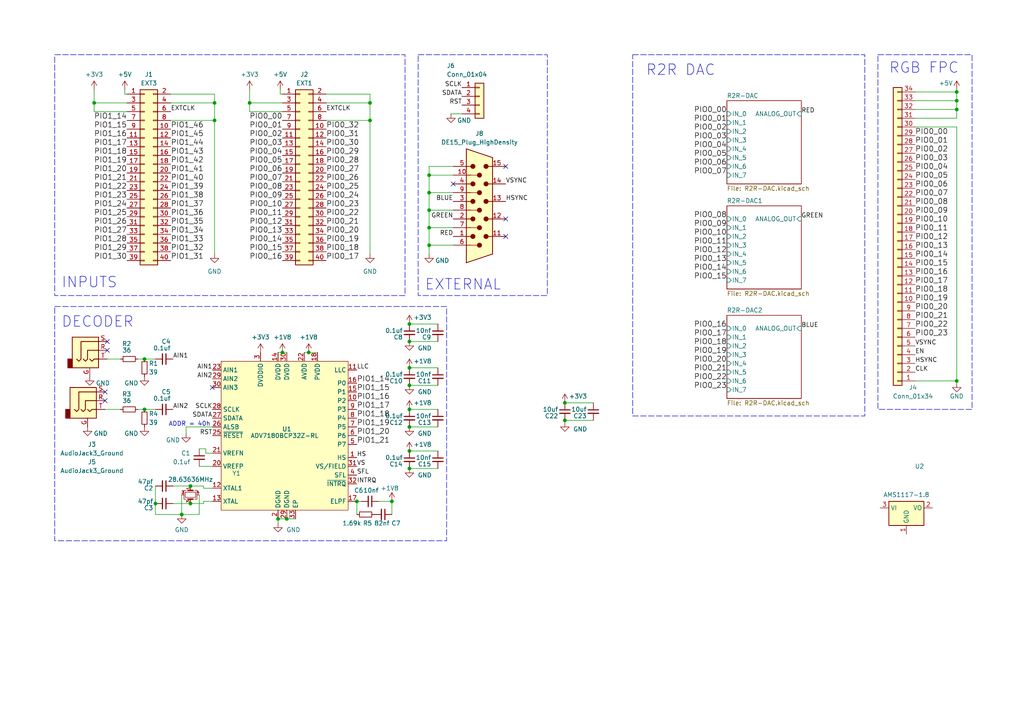
<source format=kicad_sch>
(kicad_sch (version 20230121) (generator eeschema)
  (paper "A4")
  (lib_symbols
    (symbol "+5V_1" (power) (pin_names (offset 0))
      (property "Value" "+5V_1" (at 0 3.556 0))
      (symbol "+5V_1_1_1"
        (pin power_in line (at 0 0 90) (length 0) hide (name "+5V") (number "1"))
      )
    )
    (symbol "C459884:ADV7180BCP32Z-RL"
      (property "Reference" "U" (at -29.21 26.67 0))
      (property "Value" "ADV7180BCP32Z-RL" (at -20.32 24.13 0))
      (symbol "ADV7180BCP32Z-RL_0_1"
        (pin unspecified line (at 20.32 -5.08 180) (length 2.54) (name "HS") (number "1"))
        (pin unspecified line (at 20.32 11.43 180) (length 2.54) (name "P2") (number "10"))
        (pin unspecified line (at 20.32 20.32 180) (length 2.54) (name "LLC") (number "11"))
        (pin unspecified line (at -21.59 -13.97 0) (length 2.54) (name "XTAL1") (number "12"))
        (pin unspecified line (at -21.59 -17.78 0) (length 2.54) (name "XTAL") (number "13"))
        (pin unspecified line (at -2.54 25.4 270) (length 2.54) (name "DVDD") (number "14"))
        (pin unspecified line (at 20.32 13.97 180) (length 2.54) (name "P1") (number "15"))
        (pin unspecified line (at 20.32 16.51 180) (length 2.54) (name "P0") (number "16"))
        (pin unspecified line (at 20.32 -17.78 180) (length 2.54) (name "ELPF") (number "17"))
        (pin unspecified line (at 8.89 25.4 270) (length 2.54) (name "PVDD") (number "18"))
        (pin unspecified line (at -2.54 -22.86 90) (length 2.54) (name "DGND") (number "2"))
        (pin unspecified line (at -21.59 -7.62 0) (length 2.54) (name "VREFP") (number "20"))
        (pin unspecified line (at -21.59 -3.81 0) (length 2.54) (name "VREFN") (number "21"))
        (pin unspecified line (at 5.08 25.4 270) (length 2.54) (name "AVDD") (number "22"))
        (pin unspecified line (at -21.59 1.27 0) (length 2.54) (name "~{RESET}") (number "25"))
        (pin unspecified line (at -21.59 3.81 0) (length 2.54) (name "ALSB") (number "26"))
        (pin unspecified line (at -21.59 6.35 0) (length 2.54) (name "SDATA") (number "27"))
        (pin unspecified line (at -21.59 8.89 0) (length 2.54) (name "SCLK") (number "28"))
        (pin unspecified line (at 0 -22.86 90) (length 2.54) (name "DGND") (number "29"))
        (pin unspecified line (at -7.62 25.4 270) (length 2.54) (name "DVDDIO") (number "3"))
        (pin unspecified line (at 0 25.4 270) (length 2.54) (name "DVDD") (number "30"))
        (pin unspecified line (at 20.32 -7.62 180) (length 2.54) (name "VS/FIELD") (number "31"))
        (pin unspecified line (at 20.32 -12.7 180) (length 2.54) (name "~{INTRQ}") (number "32"))
        (pin unspecified line (at 2.54 -22.86 90) (length 2.54) (name "EP") (number "33"))
        (pin unspecified line (at 20.32 -10.16 180) (length 2.54) (name "SFL") (number "4"))
        (pin unspecified line (at 20.32 -1.27 180) (length 2.54) (name "P7") (number "5"))
        (pin unspecified line (at 20.32 1.27 180) (length 2.54) (name "P6") (number "6"))
        (pin unspecified line (at 20.32 3.81 180) (length 2.54) (name "P5") (number "7"))
        (pin unspecified line (at 20.32 6.35 180) (length 2.54) (name "P4") (number "8"))
        (pin unspecified line (at 20.32 8.89 180) (length 2.54) (name "P3") (number "9"))
      )
      (symbol "ADV7180BCP32Z-RL_1_1"
        (pin unspecified line (at -21.59 20.32 0) (length 2.54) (name "AIN1") (number "23"))
        (pin unspecified line (at -21.59 17.78 0) (length 2.54) (name "AIN2") (number "29"))
        (pin unspecified line (at -21.59 15.24 0) (length 2.54) (name "AIN3") (number "30"))
      )
    )
    (symbol "Connector:DE15_Plug_HighDensity" (pin_names (offset 1.016) hide)
      (property "Reference" "J" (at 0 21.59 0))
      (property "Value" "DE15_Plug_HighDensity" (at 0 19.05 0))
      (symbol "DE15_Plug_HighDensity_1_1"
        (pin passive line (at -7.62 -7.62 0) (length 5.08) (name "~") (number "1"))
        (pin passive line (at -7.62 10.16 0) (length 5.08) (name "~") (number "10"))
        (pin passive line (at 7.62 -7.62 180) (length 5.08) (name "~") (number "11"))
        (pin passive line (at 7.62 -2.54 180) (length 5.08) (name "~") (number "12"))
        (pin passive line (at 7.62 2.54 180) (length 5.08) (name "~") (number "13"))
        (pin passive line (at 7.62 7.62 180) (length 5.08) (name "~") (number "14"))
        (pin passive line (at 7.62 12.7 180) (length 5.08) (name "~") (number "15"))
        (pin passive line (at -7.62 -2.54 0) (length 5.08) (name "~") (number "2"))
        (pin passive line (at -7.62 2.54 0) (length 5.08) (name "~") (number "3"))
        (pin passive line (at -7.62 7.62 0) (length 5.08) (name "~") (number "4"))
        (pin passive line (at -7.62 12.7 0) (length 5.08) (name "~") (number "5"))
        (pin passive line (at -7.62 -10.16 0) (length 5.08) (name "~") (number "6"))
        (pin passive line (at -7.62 -5.08 0) (length 5.08) (name "~") (number "7"))
        (pin passive line (at -7.62 0 0) (length 5.08) (name "~") (number "8"))
        (pin passive line (at -7.62 5.08 0) (length 5.08) (name "~") (number "9"))
      )
    )
    (symbol "Connector_Audio:AudioJack3_Ground"
      (property "Reference" "J" (at 0 8.89 0))
      (property "Value" "AudioJack3_Ground" (at 0 6.35 0))
      (symbol "AudioJack3_Ground_1_1"
        (pin passive line (at 0 -7.62 90) (length 2.54) (name "~") (number "G"))
        (pin passive line (at 5.08 0 180) (length 2.54) (name "~") (number "R"))
        (pin passive line (at 5.08 2.54 180) (length 2.54) (name "~") (number "S"))
        (pin passive line (at 5.08 -2.54 180) (length 2.54) (name "~") (number "T"))
      )
    )
    (symbol "Connector_Generic:Conn_01x04" (pin_names (offset 1.016) hide)
      (property "Reference" "J" (at 0 5.08 0))
      (property "Value" "Conn_01x04" (at 0 -7.62 0))
      (symbol "Conn_01x04_1_1"
        (pin passive line (at -5.08 2.54 0) (length 3.81) (name "Pin_1") (number "1"))
        (pin passive line (at -5.08 0 0) (length 3.81) (name "Pin_2") (number "2"))
        (pin passive line (at -5.08 -2.54 0) (length 3.81) (name "Pin_3") (number "3"))
        (pin passive line (at -5.08 -5.08 0) (length 3.81) (name "Pin_4") (number "4"))
      )
    )
    (symbol "Connector_Generic:Conn_01x34" (pin_names (offset 1.016) hide)
      (property "Reference" "J" (at 0 43.18 0))
      (property "Value" "Conn_01x34" (at 0 -45.72 0))
      (symbol "Conn_01x34_1_1"
        (pin passive line (at -5.08 40.64 0) (length 3.81) (name "Pin_1") (number "1"))
        (pin passive line (at -5.08 17.78 0) (length 3.81) (name "Pin_10") (number "10"))
        (pin passive line (at -5.08 15.24 0) (length 3.81) (name "Pin_11") (number "11"))
        (pin passive line (at -5.08 12.7 0) (length 3.81) (name "Pin_12") (number "12"))
        (pin passive line (at -5.08 10.16 0) (length 3.81) (name "Pin_13") (number "13"))
        (pin passive line (at -5.08 7.62 0) (length 3.81) (name "Pin_14") (number "14"))
        (pin passive line (at -5.08 5.08 0) (length 3.81) (name "Pin_15") (number "15"))
        (pin passive line (at -5.08 2.54 0) (length 3.81) (name "Pin_16") (number "16"))
        (pin passive line (at -5.08 0 0) (length 3.81) (name "Pin_17") (number "17"))
        (pin passive line (at -5.08 -2.54 0) (length 3.81) (name "Pin_18") (number "18"))
        (pin passive line (at -5.08 -5.08 0) (length 3.81) (name "Pin_19") (number "19"))
        (pin passive line (at -5.08 38.1 0) (length 3.81) (name "Pin_2") (number "2"))
        (pin passive line (at -5.08 -7.62 0) (length 3.81) (name "Pin_20") (number "20"))
        (pin passive line (at -5.08 -10.16 0) (length 3.81) (name "Pin_21") (number "21"))
        (pin passive line (at -5.08 -12.7 0) (length 3.81) (name "Pin_22") (number "22"))
        (pin passive line (at -5.08 -15.24 0) (length 3.81) (name "Pin_23") (number "23"))
        (pin passive line (at -5.08 -17.78 0) (length 3.81) (name "Pin_24") (number "24"))
        (pin passive line (at -5.08 -20.32 0) (length 3.81) (name "Pin_25") (number "25"))
        (pin passive line (at -5.08 -22.86 0) (length 3.81) (name "Pin_26") (number "26"))
        (pin passive line (at -5.08 -25.4 0) (length 3.81) (name "Pin_27") (number "27"))
        (pin passive line (at -5.08 -27.94 0) (length 3.81) (name "Pin_28") (number "28"))
        (pin passive line (at -5.08 -30.48 0) (length 3.81) (name "Pin_29") (number "29"))
        (pin passive line (at -5.08 35.56 0) (length 3.81) (name "Pin_3") (number "3"))
        (pin passive line (at -5.08 -33.02 0) (length 3.81) (name "Pin_30") (number "30"))
        (pin passive line (at -5.08 -35.56 0) (length 3.81) (name "Pin_31") (number "31"))
        (pin passive line (at -5.08 -38.1 0) (length 3.81) (name "Pin_32") (number "32"))
        (pin passive line (at -5.08 -40.64 0) (length 3.81) (name "Pin_33") (number "33"))
        (pin passive line (at -5.08 -43.18 0) (length 3.81) (name "Pin_34") (number "34"))
        (pin passive line (at -5.08 33.02 0) (length 3.81) (name "Pin_4") (number "4"))
        (pin passive line (at -5.08 30.48 0) (length 3.81) (name "Pin_5") (number "5"))
        (pin passive line (at -5.08 27.94 0) (length 3.81) (name "Pin_6") (number "6"))
        (pin passive line (at -5.08 25.4 0) (length 3.81) (name "Pin_7") (number "7"))
        (pin passive line (at -5.08 22.86 0) (length 3.81) (name "Pin_8") (number "8"))
        (pin passive line (at -5.08 20.32 0) (length 3.81) (name "Pin_9") (number "9"))
      )
    )
    (symbol "Connector_Generic:Conn_02x20_Odd_Even" (pin_names (offset 1.016) hide)
      (property "Reference" "J" (at 1.27 25.4 0))
      (property "Value" "Conn_02x20_Odd_Even" (at 1.27 -27.94 0))
      (symbol "Conn_02x20_Odd_Even_1_1"
        (pin passive line (at -5.08 22.86 0) (length 3.81) (name "Pin_1") (number "1"))
        (pin passive line (at 7.62 12.7 180) (length 3.81) (name "Pin_10") (number "10"))
        (pin passive line (at -5.08 10.16 0) (length 3.81) (name "Pin_11") (number "11"))
        (pin passive line (at 7.62 10.16 180) (length 3.81) (name "Pin_12") (number "12"))
        (pin passive line (at -5.08 7.62 0) (length 3.81) (name "Pin_13") (number "13"))
        (pin passive line (at 7.62 7.62 180) (length 3.81) (name "Pin_14") (number "14"))
        (pin passive line (at -5.08 5.08 0) (length 3.81) (name "Pin_15") (number "15"))
        (pin passive line (at 7.62 5.08 180) (length 3.81) (name "Pin_16") (number "16"))
        (pin passive line (at -5.08 2.54 0) (length 3.81) (name "Pin_17") (number "17"))
        (pin passive line (at 7.62 2.54 180) (length 3.81) (name "Pin_18") (number "18"))
        (pin passive line (at -5.08 0 0) (length 3.81) (name "Pin_19") (number "19"))
        (pin passive line (at 7.62 22.86 180) (length 3.81) (name "Pin_2") (number "2"))
        (pin passive line (at 7.62 0 180) (length 3.81) (name "Pin_20") (number "20"))
        (pin passive line (at -5.08 -2.54 0) (length 3.81) (name "Pin_21") (number "21"))
        (pin passive line (at 7.62 -2.54 180) (length 3.81) (name "Pin_22") (number "22"))
        (pin passive line (at -5.08 -5.08 0) (length 3.81) (name "Pin_23") (number "23"))
        (pin passive line (at 7.62 -5.08 180) (length 3.81) (name "Pin_24") (number "24"))
        (pin passive line (at -5.08 -7.62 0) (length 3.81) (name "Pin_25") (number "25"))
        (pin passive line (at 7.62 -7.62 180) (length 3.81) (name "Pin_26") (number "26"))
        (pin passive line (at -5.08 -10.16 0) (length 3.81) (name "Pin_27") (number "27"))
        (pin passive line (at 7.62 -10.16 180) (length 3.81) (name "Pin_28") (number "28"))
        (pin passive line (at -5.08 -12.7 0) (length 3.81) (name "Pin_29") (number "29"))
        (pin passive line (at -5.08 20.32 0) (length 3.81) (name "Pin_3") (number "3"))
        (pin passive line (at 7.62 -12.7 180) (length 3.81) (name "Pin_30") (number "30"))
        (pin passive line (at -5.08 -15.24 0) (length 3.81) (name "Pin_31") (number "31"))
        (pin passive line (at 7.62 -15.24 180) (length 3.81) (name "Pin_32") (number "32"))
        (pin passive line (at -5.08 -17.78 0) (length 3.81) (name "Pin_33") (number "33"))
        (pin passive line (at 7.62 -17.78 180) (length 3.81) (name "Pin_34") (number "34"))
        (pin passive line (at -5.08 -20.32 0) (length 3.81) (name "Pin_35") (number "35"))
        (pin passive line (at 7.62 -20.32 180) (length 3.81) (name "Pin_36") (number "36"))
        (pin passive line (at -5.08 -22.86 0) (length 3.81) (name "Pin_37") (number "37"))
        (pin passive line (at 7.62 -22.86 180) (length 3.81) (name "Pin_38") (number "38"))
        (pin passive line (at -5.08 -25.4 0) (length 3.81) (name "Pin_39") (number "39"))
        (pin passive line (at 7.62 20.32 180) (length 3.81) (name "Pin_4") (number "4"))
        (pin passive line (at 7.62 -25.4 180) (length 3.81) (name "Pin_40") (number "40"))
        (pin passive line (at -5.08 17.78 0) (length 3.81) (name "Pin_5") (number "5"))
        (pin passive line (at 7.62 17.78 180) (length 3.81) (name "Pin_6") (number "6"))
        (pin passive line (at -5.08 15.24 0) (length 3.81) (name "Pin_7") (number "7"))
        (pin passive line (at 7.62 15.24 180) (length 3.81) (name "Pin_8") (number "8"))
        (pin passive line (at -5.08 12.7 0) (length 3.81) (name "Pin_9") (number "9"))
      )
    )
    (symbol "Device:C_Small" (pin_numbers hide) (pin_names (offset 0.254) hide)
      (property "Reference" "C" (at 0.254 1.778 0))
      (property "Value" "C_Small" (at 0.254 -2.032 0))
      (symbol "C_Small_1_1"
        (pin passive line (at 0 2.54 270) (length 2.032) (name "~") (number "1"))
        (pin passive line (at 0 -2.54 90) (length 2.032) (name "~") (number "2"))
      )
    )
    (symbol "Device:Crystal_GND24_Small" (pin_names (offset 1.016) hide)
      (property "Reference" "Y" (at 1.27 4.445 0))
      (property "Value" "Crystal_GND24_Small" (at 1.27 2.54 0))
      (symbol "Crystal_GND24_Small_1_1"
        (pin passive line (at -2.54 0 0) (length 1.27) (name "1") (number "1"))
        (pin passive line (at 0 -2.54 90) (length 0.635) (name "2") (number "2"))
        (pin passive line (at 2.54 0 180) (length 1.27) (name "3") (number "3"))
        (pin passive line (at 0 2.54 270) (length 0.635) (name "4") (number "4"))
      )
    )
    (symbol "Device:R_Small" (pin_numbers hide) (pin_names (offset 0.254) hide)
      (property "Reference" "R" (at 0.762 0.508 0))
      (property "Value" "R_Small" (at 0.762 -1.016 0))
      (symbol "R_Small_1_1"
        (pin passive line (at 0 2.54 270) (length 0.762) (name "~") (number "1"))
        (pin passive line (at 0 -2.54 90) (length 0.762) (name "~") (number "2"))
      )
    )
    (symbol "GND_1" (power) (pin_names (offset 0))
      (property "Value" "GND_1" (at 0 -3.81 0))
      (symbol "GND_1_1_1"
        (pin power_in line (at 0 0 270) (length 0) hide (name "GND") (number "1"))
      )
    )
    (symbol "Regulator_Linear:AMS1117-1.8"
      (property "Reference" "U" (at -3.81 3.175 0))
      (property "Value" "AMS1117-1.8" (at 0 3.175 0))
      (symbol "AMS1117-1.8_1_1"
        (pin power_in line (at 0 -7.62 90) (length 2.54) (name "GND") (number "1"))
        (pin power_out line (at 7.62 0 180) (length 2.54) (name "VO") (number "2"))
        (pin power_in line (at -7.62 0 0) (length 2.54) (name "VI") (number "3"))
      )
    )
    (symbol "power:+1V8" (power) (pin_names (offset 0))
      (property "Value" "+1V8" (at 0 3.556 0))
      (symbol "+1V8_1_1"
        (pin power_in line (at 0 0 90) (length 0) hide (name "+1V8") (number "1"))
      )
    )
    (symbol "power:+3V3" (power) (pin_names (offset 0))
      (property "Value" "+3V3" (at 0 3.556 0))
      (symbol "+3V3_1_1"
        (pin power_in line (at 0 0 90) (length 0) hide (name "+3V3") (number "1"))
      )
    )
    (symbol "power:+5V" (power) (pin_names (offset 0))
      (property "Value" "+5V" (at 0 3.556 0))
      (symbol "+5V_1_1"
        (pin power_in line (at 0 0 90) (length 0) hide (name "+5V") (number "1"))
      )
    )
    (symbol "power:GND" (power) (pin_names (offset 0))
      (property "Value" "GND" (at 0 -3.81 0))
      (symbol "GND_1_1"
        (pin power_in line (at 0 0 270) (length 0) hide (name "GND") (number "1"))
      )
    )
  )
  (junction (at 55.245 146.05))
  (junction (at 27.305 29.845))
  (junction (at 277.495 31.75))
  (junction (at 118.745 111.76))
  (junction (at 118.745 123.825))
  (junction (at 277.495 26.67))
  (junction (at 124.46 50.8))
  (junction (at 118.745 135.89))
  (junction (at 107.315 29.845))
  (junction (at 118.745 93.98))
  (junction (at 118.745 118.745))
  (junction (at 124.46 55.88))
  (junction (at 118.745 130.81))
  (junction (at 163.83 121.92))
  (junction (at 45.085 146.05))
  (junction (at 103.505 145.415))
  (junction (at 124.46 66.04))
  (junction (at 80.645 150.495))
  (junction (at 89.535 102.235))
  (junction (at 277.495 29.21))
  (junction (at 124.46 71.12))
  (junction (at 163.83 116.84))
  (junction (at 124.46 60.96))
  (junction (at 107.315 34.925))
  (junction (at 62.23 29.845))
  (junction (at 118.745 106.68))
  (junction (at 81.915 102.235))
  (junction (at 113.665 145.415))
  (junction (at 41.91 118.745))
  (junction (at 62.23 34.925))
  (junction (at 72.39 29.845))
  (junction (at 277.495 110.49))
  (junction (at 55.245 140.97))
  (junction (at 41.91 104.14))
  (junction (at 52.705 149.225))
  (junction (at 83.185 150.495))
  (junction (at 118.745 99.06))
  (no_connect (at 131.445 53.34))
  (no_connect (at 30.48 116.205))
  (no_connect (at 30.48 113.665))
  (no_connect (at 146.685 48.26))
  (no_connect (at 146.685 63.5))
  (no_connect (at 61.595 112.395))
  (no_connect (at 31.115 99.06))
  (no_connect (at 146.685 68.58))
  (no_connect (at 31.115 101.6))
  (wire (pts (xy 72.39 29.845) (xy 72.39 26.035)))
  (wire (pts (xy 277.495 29.21) (xy 277.495 26.67)))
  (wire (pts (xy 81.915 102.235) (xy 83.185 102.235)))
  (wire (pts (xy 277.495 110.49) (xy 277.495 111.125)))
  (wire (pts (xy 265.43 26.67) (xy 277.495 26.67)))
  (wire (pts (xy 277.495 34.29) (xy 277.495 31.75)))
  (wire (pts (xy 118.745 135.89) (xy 127 135.89)))
  (wire (pts (xy 27.305 29.845) (xy 27.305 26.035)))
  (wire (pts (xy 94.615 34.925) (xy 107.315 34.925)))
  (wire (pts (xy 55.245 146.05) (xy 59.055 146.05)))
  (wire (pts (xy 45.085 149.225) (xy 45.085 146.05)))
  (wire (pts (xy 124.46 55.88) (xy 131.445 55.88)))
  (wire (pts (xy 59.055 140.97) (xy 59.055 141.605)))
  (wire (pts (xy 59.69 131.445) (xy 59.69 130.175)))
  (wire (pts (xy 163.83 121.92) (xy 172.085 121.92)))
  (wire (pts (xy 45.085 140.97) (xy 45.085 146.05)))
  (wire (pts (xy 124.46 50.8) (xy 131.445 50.8)))
  (wire (pts (xy 59.055 141.605) (xy 61.595 141.605)))
  (wire (pts (xy 49.53 34.925) (xy 62.23 34.925)))
  (wire (pts (xy 103.505 145.415) (xy 104.775 145.415)))
  (wire (pts (xy 107.315 73.66) (xy 107.315 34.925)))
  (wire (pts (xy 130.81 33.02) (xy 133.985 33.02)))
  (wire (pts (xy 72.39 29.845) (xy 81.915 29.845)))
  (wire (pts (xy 41.91 118.745) (xy 45.085 118.745)))
  (wire (pts (xy 89.535 102.235) (xy 92.075 102.235)))
  (wire (pts (xy 50.165 146.05) (xy 55.245 146.05)))
  (wire (pts (xy 118.745 106.68) (xy 127 106.68)))
  (wire (pts (xy 53.975 123.825) (xy 61.595 123.825)))
  (wire (pts (xy 163.83 116.84) (xy 172.085 116.84)))
  (wire (pts (xy 265.43 29.21) (xy 277.495 29.21)))
  (wire (pts (xy 277.495 36.83) (xy 277.495 110.49)))
  (wire (pts (xy 62.23 73.66) (xy 62.23 34.925)))
  (wire (pts (xy 40.005 118.745) (xy 41.91 118.745)))
  (wire (pts (xy 89.535 102.235) (xy 88.265 102.235)))
  (wire (pts (xy 124.46 48.26) (xy 124.46 50.8)))
  (wire (pts (xy 163.83 121.92) (xy 163.83 122.555)))
  (wire (pts (xy 124.46 50.8) (xy 124.46 55.88)))
  (wire (pts (xy 52.705 143.51) (xy 52.705 149.225)))
  (wire (pts (xy 113.665 145.415) (xy 113.665 149.225)))
  (wire (pts (xy 118.745 111.76) (xy 127 111.76)))
  (wire (pts (xy 31.115 104.14) (xy 34.925 104.14)))
  (wire (pts (xy 50.165 140.97) (xy 55.245 140.97)))
  (wire (pts (xy 107.315 27.305) (xy 94.615 27.305)))
  (wire (pts (xy 72.39 32.385) (xy 72.39 29.845)))
  (wire (pts (xy 59.69 130.175) (xy 57.785 130.175)))
  (wire (pts (xy 49.53 29.845) (xy 62.23 29.845)))
  (wire (pts (xy 36.195 26.035) (xy 36.195 27.305)))
  (wire (pts (xy 36.83 32.385) (xy 27.305 32.385)))
  (wire (pts (xy 118.745 130.81) (xy 127 130.81)))
  (wire (pts (xy 30.48 118.745) (xy 34.925 118.745)))
  (wire (pts (xy 277.495 26.67) (xy 277.495 26.035)))
  (wire (pts (xy 265.43 31.75) (xy 277.495 31.75)))
  (wire (pts (xy 118.745 93.98) (xy 127 93.98)))
  (wire (pts (xy 124.46 66.04) (xy 131.445 66.04)))
  (wire (pts (xy 62.23 27.305) (xy 49.53 27.305)))
  (wire (pts (xy 62.23 29.845) (xy 62.23 27.305)))
  (wire (pts (xy 118.745 99.06) (xy 127 99.06)))
  (wire (pts (xy 57.785 135.255) (xy 61.595 135.255)))
  (wire (pts (xy 118.745 123.825) (xy 127 123.825)))
  (wire (pts (xy 131.445 71.12) (xy 124.46 71.12)))
  (wire (pts (xy 107.315 34.925) (xy 107.315 29.845)))
  (wire (pts (xy 107.315 29.845) (xy 107.315 27.305)))
  (wire (pts (xy 124.46 71.12) (xy 124.46 73.66)))
  (wire (pts (xy 81.915 102.235) (xy 80.645 102.235)))
  (wire (pts (xy 265.43 36.83) (xy 277.495 36.83)))
  (wire (pts (xy 109.855 145.415) (xy 113.665 145.415)))
  (wire (pts (xy 277.495 31.75) (xy 277.495 29.21)))
  (wire (pts (xy 27.305 29.845) (xy 36.83 29.845)))
  (wire (pts (xy 61.595 131.445) (xy 59.69 131.445)))
  (wire (pts (xy 124.46 66.04) (xy 124.46 71.12)))
  (wire (pts (xy 40.005 104.14) (xy 41.91 104.14)))
  (wire (pts (xy 41.91 104.14) (xy 45.085 104.14)))
  (wire (pts (xy 52.705 149.225) (xy 45.085 149.225)))
  (wire (pts (xy 124.46 60.96) (xy 124.46 66.04)))
  (wire (pts (xy 36.195 27.305) (xy 36.83 27.305)))
  (wire (pts (xy 57.785 143.51) (xy 57.785 149.225)))
  (wire (pts (xy 55.245 140.97) (xy 59.055 140.97)))
  (wire (pts (xy 81.28 27.305) (xy 81.915 27.305)))
  (wire (pts (xy 94.615 29.845) (xy 107.315 29.845)))
  (wire (pts (xy 72.39 32.385) (xy 81.915 32.385)))
  (wire (pts (xy 124.46 60.96) (xy 131.445 60.96)))
  (wire (pts (xy 80.645 150.495) (xy 80.645 151.765)))
  (wire (pts (xy 62.23 34.925) (xy 62.23 29.845)))
  (wire (pts (xy 85.725 150.495) (xy 83.185 150.495)))
  (wire (pts (xy 83.185 150.495) (xy 80.645 150.495)))
  (wire (pts (xy 103.505 149.225) (xy 103.505 145.415)))
  (wire (pts (xy 57.785 149.225) (xy 52.705 149.225)))
  (wire (pts (xy 59.055 146.05) (xy 59.055 145.415)))
  (wire (pts (xy 59.055 145.415) (xy 61.595 145.415)))
  (wire (pts (xy 81.28 26.035) (xy 81.28 27.305)))
  (wire (pts (xy 131.445 48.26) (xy 124.46 48.26)))
  (wire (pts (xy 265.43 110.49) (xy 277.495 110.49)))
  (wire (pts (xy 265.43 34.29) (xy 277.495 34.29)))
  (wire (pts (xy 118.745 118.745) (xy 127 118.745)))
  (wire (pts (xy 53.975 125.73) (xy 53.975 123.825)))
  (wire (pts (xy 124.46 55.88) (xy 124.46 60.96)))
  (wire (pts (xy 27.305 32.385) (xy 27.305 29.845)))
  (rectangle (start 15.875 88.9) (end 129.54 156.845) (stroke (width 0) (type dash)))
  (rectangle (start 121.285 15.875) (end 158.75 85.725) (stroke (width 0) (type dash)))
  (rectangle (start 15.875 15.875) (end 117.475 85.725) (stroke (width 0) (type dash)))
  (rectangle (start 254.635 15.875) (end 281.94 118.745) (stroke (width 0) (type dash)))
  (rectangle (start 183.515 15.875) (end 250.825 120.65) (stroke (width 0) (type dash)))
  (text "EXTERNAL" (at 123.19 84.455 0) (effects (font (size 3.048 3.048)) (justify left bottom)))
  (text "R2R DAC" (at 187.325 22.225 0) (effects (font (size 3.048 3.048)) (justify left bottom)))
  (text "ADDR = 40h" (at 48.895 123.825 0) (effects (font (size 1.27 1.27)) (justify left bottom)))
  (text "RGB FPC" (at 257.81 21.59 0) (effects (font (size 3.048 3.048)) (justify left bottom)))
  (text "DECODER" (at 17.78 95.25 0) (effects (font (size 3.048 3.048)) (justify left bottom)))
  (text "INPUTS" (at 17.78 83.82 0) (effects (font (size 3.048 3.048)) (justify left bottom)))
  (label "LLC" (at 103.505 107.315 0))
  (label "PIO0_28" (at 94.615 47.625 0) (effects (font (size 1.524 1.524))))
  (label "PIO0_14" (at 81.915 70.485 180) (effects (font (size 1.524 1.524))))
  (label "PIO0_03" (at 210.82 40.64 180) (effects (font (size 1.524 1.524))))
  (label "EXTCLK" (at 94.615 32.385 0))
  (label "PIO0_20" (at 94.615 67.945 0) (effects (font (size 1.524 1.524))))
  (label "PIO1_39" (at 49.53 55.245 0) (effects (font (size 1.524 1.524))))
  (label "PIO0_31" (at 94.615 40.005 0) (effects (font (size 1.524 1.524))))
  (label "PIO0_17" (at 265.43 82.55 0) (effects (font (size 1.524 1.524))))
  (label "HS" (at 103.505 132.715 0))
  (label "PIO0_00" (at 81.915 34.925 180) (effects (font (size 1.524 1.524))))
  (label "PIO1_30" (at 36.83 75.565 180) (effects (font (size 1.524 1.524))))
  (label "PIO1_20" (at 103.505 126.365 0) (effects (font (size 1.524 1.524))))
  (label "SCLK" (at 133.985 25.4 180))
  (label "PIO0_03" (at 81.915 42.545 180) (effects (font (size 1.524 1.524))))
  (label "BLUE" (at 232.41 95.25 0))
  (label "VSYNC" (at 146.685 53.34 0))
  (label "PIO1_17" (at 36.83 42.545 180) (effects (font (size 1.524 1.524))))
  (label "PIO0_01" (at 265.43 41.91 0) (effects (font (size 1.524 1.524))))
  (label "PIO0_18" (at 265.43 85.09 0) (effects (font (size 1.524 1.524))))
  (label "PIO1_37" (at 49.53 60.325 0) (effects (font (size 1.524 1.524))))
  (label "PIO1_21" (at 103.505 128.905 0) (effects (font (size 1.524 1.524))))
  (label "AIN2" (at 61.595 109.855 180))
  (label "AIN1" (at 61.595 107.315 180))
  (label "PIO1_25" (at 36.83 62.865 180) (effects (font (size 1.524 1.524))))
  (label "PIO0_13" (at 81.915 67.945 180) (effects (font (size 1.524 1.524))))
  (label "PIO0_08" (at 210.82 63.5 180) (effects (font (size 1.524 1.524))))
  (label "SCLK" (at 61.595 118.745 180))
  (label "PIO0_10" (at 81.915 60.325 180) (effects (font (size 1.524 1.524))))
  (label "PIO0_01" (at 210.82 35.56 180) (effects (font (size 1.524 1.524))))
  (label "PIO0_08" (at 265.43 59.69 0) (effects (font (size 1.524 1.524))))
  (label "PIO0_11" (at 210.82 71.12 180) (effects (font (size 1.524 1.524))))
  (label "PIO0_21" (at 265.43 92.71 0) (effects (font (size 1.524 1.524))))
  (label "PIO1_31" (at 49.53 75.565 0) (effects (font (size 1.524 1.524))))
  (label "PIO0_18" (at 210.82 100.33 180) (effects (font (size 1.524 1.524))))
  (label "PIO0_15" (at 265.43 77.47 0) (effects (font (size 1.524 1.524))))
  (label "PIO0_18" (at 94.615 73.025 0) (effects (font (size 1.524 1.524))))
  (label "PIO0_32" (at 94.615 37.465 0) (effects (font (size 1.524 1.524))))
  (label "PIO0_22" (at 94.615 62.865 0) (effects (font (size 1.524 1.524))))
  (label "PIO0_10" (at 210.82 68.58 180) (effects (font (size 1.524 1.524))))
  (label "PIO1_26" (at 36.83 65.405 180) (effects (font (size 1.524 1.524))))
  (label "PIO0_05" (at 81.915 47.625 180) (effects (font (size 1.524 1.524))))
  (label "RED" (at 131.445 68.58 180))
  (label "PIO0_02" (at 81.915 40.005 180) (effects (font (size 1.524 1.524))))
  (label "PIO1_45" (at 49.53 40.005 0) (effects (font (size 1.524 1.524))))
  (label "PIO1_18" (at 103.505 121.285 0) (effects (font (size 1.524 1.524))))
  (label "PIO0_25" (at 94.615 55.245 0) (effects (font (size 1.524 1.524))))
  (label "PIO1_36" (at 49.53 62.865 0) (effects (font (size 1.524 1.524))))
  (label "PIO0_16" (at 265.43 80.01 0) (effects (font (size 1.524 1.524))))
  (label "PIO0_20" (at 265.43 90.17 0) (effects (font (size 1.524 1.524))))
  (label "PIO0_10" (at 265.43 64.77 0) (effects (font (size 1.524 1.524))))
  (label "PIO0_04" (at 265.43 49.53 0) (effects (font (size 1.524 1.524))))
  (label "PIO0_04" (at 81.915 45.085 180) (effects (font (size 1.524 1.524))))
  (label "PIO0_12" (at 265.43 69.85 0) (effects (font (size 1.524 1.524))))
  (label "PIO1_43" (at 49.53 45.085 0) (effects (font (size 1.524 1.524))))
  (label "PIO0_14" (at 210.82 78.74 180) (effects (font (size 1.524 1.524))))
  (label "PIO1_32" (at 49.53 73.025 0) (effects (font (size 1.524 1.524))))
  (label "PIO0_09" (at 265.43 62.23 0) (effects (font (size 1.524 1.524))))
  (label "PIO0_09" (at 210.82 66.04 180) (effects (font (size 1.524 1.524))))
  (label "INTRQ" (at 103.505 140.335 0))
  (label "PIO1_21" (at 36.83 52.705 180) (effects (font (size 1.524 1.524))))
  (label "PIO0_00" (at 210.82 33.02 180) (effects (font (size 1.524 1.524))))
  (label "PIO1_35" (at 49.53 65.405 0) (effects (font (size 1.524 1.524))))
  (label "PIO0_17" (at 94.615 75.565 0) (effects (font (size 1.524 1.524))))
  (label "EXTCLK" (at 49.53 32.385 0))
  (label "EN" (at 265.43 102.87 0))
  (label "PIO0_11" (at 81.915 62.865 180) (effects (font (size 1.524 1.524))))
  (label "PIO0_21" (at 210.82 107.95 180) (effects (font (size 1.524 1.524))))
  (label "PIO0_15" (at 210.82 81.28 180) (effects (font (size 1.524 1.524))))
  (label "PIO0_14" (at 265.43 74.93 0) (effects (font (size 1.524 1.524))))
  (label "PIO1_41" (at 49.53 50.165 0) (effects (font (size 1.524 1.524))))
  (label "PIO0_02" (at 265.43 44.45 0) (effects (font (size 1.524 1.524))))
  (label "PIO0_16" (at 210.82 95.25 180) (effects (font (size 1.524 1.524))))
  (label "SDATA" (at 133.985 27.94 180))
  (label "PIO0_13" (at 265.43 72.39 0) (effects (font (size 1.524 1.524))))
  (label "PIO0_01" (at 81.915 37.465 180) (effects (font (size 1.524 1.524))))
  (label "PIO1_15" (at 103.505 113.665 0) (effects (font (size 1.524 1.524))))
  (label "PIO0_12" (at 210.82 73.66 180) (effects (font (size 1.524 1.524))))
  (label "PIO1_22" (at 36.83 55.245 180) (effects (font (size 1.524 1.524))))
  (label "CLK" (at 265.43 107.95 0))
  (label "PIO0_26" (at 94.615 52.705 0) (effects (font (size 1.524 1.524))))
  (label "RST" (at 133.985 30.48 180))
  (label "PIO0_21" (at 94.615 65.405 0) (effects (font (size 1.524 1.524))))
  (label "GREEN" (at 232.41 63.5 0))
  (label "PIO0_07" (at 265.43 57.15 0) (effects (font (size 1.524 1.524))))
  (label "PIO0_06" (at 210.82 48.26 180) (effects (font (size 1.524 1.524))))
  (label "BLUE" (at 131.445 58.42 180))
  (label "PIO0_04" (at 210.82 43.18 180) (effects (font (size 1.524 1.524))))
  (label "PIO1_14" (at 103.505 111.125 0) (effects (font (size 1.524 1.524))))
  (label "AIN2" (at 50.165 118.745 0))
  (label "PIO1_28" (at 36.83 70.485 180) (effects (font (size 1.524 1.524))))
  (label "PIO0_09" (at 81.915 57.785 180) (effects (font (size 1.524 1.524))))
  (label "HSYNC" (at 265.43 105.41 0))
  (label "PIO0_03" (at 265.43 46.99 0) (effects (font (size 1.524 1.524))))
  (label "PIO1_27" (at 36.83 67.945 180) (effects (font (size 1.524 1.524))))
  (label "PIO1_44" (at 49.53 42.545 0) (effects (font (size 1.524 1.524))))
  (label "VS" (at 103.505 135.255 0))
  (label "PIO0_17" (at 210.82 97.79 180) (effects (font (size 1.524 1.524))))
  (label "PIO0_06" (at 265.43 54.61 0) (effects (font (size 1.524 1.524))))
  (label "PIO1_33" (at 49.53 70.485 0) (effects (font (size 1.524 1.524))))
  (label "PIO1_16" (at 103.505 116.205 0) (effects (font (size 1.524 1.524))))
  (label "PIO0_07" (at 81.915 52.705 180) (effects (font (size 1.524 1.524))))
  (label "GREEN" (at 131.445 63.5 180))
  (label "PIO0_06" (at 81.915 50.165 180) (effects (font (size 1.524 1.524))))
  (label "PIO0_12" (at 81.915 65.405 180) (effects (font (size 1.524 1.524))))
  (label "PIO0_16" (at 81.915 75.565 180) (effects (font (size 1.524 1.524))))
  (label "PIO1_17" (at 103.505 118.745 0) (effects (font (size 1.524 1.524))))
  (label "PIO0_24" (at 94.615 57.785 0) (effects (font (size 1.524 1.524))))
  (label "RED" (at 232.41 33.02 0))
  (label "PIO0_30" (at 94.615 42.545 0) (effects (font (size 1.524 1.524))))
  (label "PIO0_29" (at 94.615 45.085 0) (effects (font (size 1.524 1.524))))
  (label "PIO0_23" (at 210.82 113.03 180) (effects (font (size 1.524 1.524))))
  (label "SDATA" (at 61.595 121.285 180))
  (label "PIO0_02" (at 210.82 38.1 180) (effects (font (size 1.524 1.524))))
  (label "VSYNC" (at 265.43 100.33 0))
  (label "PIO1_42" (at 49.53 47.625 0) (effects (font (size 1.524 1.524))))
  (label "PIO1_18" (at 36.83 45.085 180) (effects (font (size 1.524 1.524))))
  (label "RST" (at 61.595 126.365 180))
  (label "PIO1_19" (at 36.83 47.625 180) (effects (font (size 1.524 1.524))))
  (label "PIO1_14" (at 36.83 34.925 180) (effects (font (size 1.524 1.524))))
  (label "AIN1" (at 50.165 104.14 0))
  (label "PIO0_20" (at 210.82 105.41 180) (effects (font (size 1.524 1.524))))
  (label "PIO1_23" (at 36.83 57.785 180) (effects (font (size 1.524 1.524))))
  (label "PIO0_05" (at 265.43 52.07 0) (effects (font (size 1.524 1.524))))
  (label "SFL" (at 103.505 137.795 0))
  (label "PIO0_05" (at 210.82 45.72 180) (effects (font (size 1.524 1.524))))
  (label "PIO0_22" (at 265.43 95.25 0) (effects (font (size 1.524 1.524))))
  (label "PIO1_15" (at 36.83 37.465 180) (effects (font (size 1.524 1.524))))
  (label "PIO1_19" (at 103.505 123.825 0) (effects (font (size 1.524 1.524))))
  (label "PIO1_29" (at 36.83 73.025 180) (effects (font (size 1.524 1.524))))
  (label "PIO0_11" (at 265.43 67.31 0) (effects (font (size 1.524 1.524))))
  (label "PIO1_16" (at 36.83 40.005 180) (effects (font (size 1.524 1.524))))
  (label "PIO0_19" (at 265.43 87.63 0) (effects (font (size 1.524 1.524))))
  (label "PIO0_23" (at 265.43 97.79 0) (effects (font (size 1.524 1.524))))
  (label "PIO1_38" (at 49.53 57.785 0) (effects (font (size 1.524 1.524))))
  (label "PIO0_27" (at 94.615 50.165 0) (effects (font (size 1.524 1.524))))
  (label "PIO1_46" (at 49.53 37.465 0) (effects (font (size 1.524 1.524))))
  (label "PIO0_19" (at 94.615 70.485 0) (effects (font (size 1.524 1.524))))
  (label "HSYNC" (at 146.685 58.42 0))
  (label "PIO0_22" (at 210.82 110.49 180) (effects (font (size 1.524 1.524))))
  (label "PIO1_40" (at 49.53 52.705 0) (effects (font (size 1.524 1.524))))
  (label "PIO0_13" (at 210.82 76.2 180) (effects (font (size 1.524 1.524))))
  (label "PIO0_07" (at 210.82 50.8 180) (effects (font (size 1.524 1.524))))
  (label "PIO1_20" (at 36.83 50.165 180) (effects (font (size 1.524 1.524))))
  (label "PIO0_23" (at 94.615 60.325 0) (effects (font (size 1.524 1.524))))
  (label "PIO0_00" (at 265.43 39.37 0) (effects (font (size 1.524 1.524))))
  (label "PIO0_19" (at 210.82 102.87 180) (effects (font (size 1.524 1.524))))
  (label "PIO1_34" (at 49.53 67.945 0) (effects (font (size 1.524 1.524))))
  (label "PIO1_24" (at 36.83 60.325 180) (effects (font (size 1.524 1.524))))
  (label "PIO0_15" (at 81.915 73.025 180) (effects (font (size 1.524 1.524))))
  (label "PIO0_08" (at 81.915 55.245 180) (effects (font (size 1.524 1.524))))
  (symbol (lib_id "Device:C_Small") (at 47.625 146.05 270) (unit 1)
    (property "Reference" "C3" (at 44.45 147.32 90) (effects (justify right)))
    (property "Value" "47pf" (at 44.45 145.415 90) (effects (justify right)))
    (property "Footprint" "Capacitor_SMD:C_0603_1608Metric" (effects hide))
  )
  (symbol (lib_id "Device:C_Small") (at 118.745 133.35 0) (unit 1)
    (property "Reference" "C14" (at 116.84 134.62 0) (effects (justify right)))
    (property "Value" "0.1uf" (at 116.84 132.715 0) (effects (justify right)))
    (property "Footprint" "Capacitor_SMD:C_0603_1608Metric" (effects hide))
  )
  (symbol (lib_id "Regulator_Linear:AMS1117-1.8") (at 262.89 147.32 0) (unit 1)
    (property "Reference" "U2" (at 266.7 135.255 0))
    (property "Value" "AMS1117-1.8" (at 262.89 143.51 0))
    (property "Footprint" "Package_TO_SOT_SMD:SOT-223-3_TabPin2" (effects hide))
    (property "Datasheet" "http://www.advanced-monolithic.com/pdf/ds1117.pdf" (effects hide))
  )
  (symbol (lib_id "power:+3V3") (at 72.39 26.035 0) (unit 1)
    (property "Reference" "#PWR04" (effects hide))
    (property "Value" "+3V3" (at 72.39 21.59 0))
  )
  (symbol (lib_id "Device:C_Small") (at 127 109.22 0) (unit 1)
    (property "Reference" "C11" (at 125.095 110.49 0) (effects (justify right)))
    (property "Value" "10nf" (at 125.095 108.585 0) (effects (justify right)))
    (property "Footprint" "Capacitor_SMD:C_0603_1608Metric" (effects hide))
  )
  (symbol (lib_id "Device:R_Small") (at 37.465 118.745 90) (unit 1)
    (property "Reference" "R3" (at 38.1 114.3 90) (effects (justify left)))
    (property "Value" "36" (at 38.1 116.205 90) (effects (justify left)))
    (property "Footprint" "Resistor_SMD:R_0603_1608Metric" (effects hide))
  )
  (symbol (lib_id "power:+1V8") (at 113.665 145.415 0) (unit 1)
    (property "Reference" "#PWR016" (effects hide))
    (property "Value" "+1V8" (at 113.03 141.605 0))
  )
  (symbol (lib_id "power:+1V8") (at 118.745 118.745 0) (unit 1)
    (property "Reference" "#PWR021" (effects hide))
    (property "Value" "+1V8" (at 122.555 116.84 0))
  )
  (symbol (lib_id "Connector_Generic:Conn_01x04") (at 139.065 27.94 0) (unit 1)
    (property "Reference" "J6" (at 129.54 19.05 0) (effects (justify left)))
    (property "Value" "Conn_01x04" (at 129.54 21.59 0) (effects (justify left)))
    (property "Footprint" "Connector_PinHeader_2.54mm:PinHeader_1x04_P2.54mm_Vertical" (effects hide))
  )
  (symbol (lib_id "power:+1V8") (at 89.535 102.235 0) (unit 1)
    (property "Reference" "#PWR015" (effects hide))
    (property "Value" "+1V8" (at 89.535 97.79 0))
  )
  (symbol (lib_name "GND_1") (lib_id "power:GND") (at 277.495 111.125 0) (unit 1)
    (property "Reference" "#PWR030" (effects hide))
    (property "Value" "GND" (at 277.495 114.935 0))
  )
  (symbol (lib_id "power:+5V") (at 81.28 26.035 0) (unit 1)
    (property "Reference" "#PWR05" (effects hide))
    (property "Value" "+5V" (at 81.28 21.59 0))
  )
  (symbol (lib_id "Device:C_Small") (at 107.315 145.415 270) (unit 1)
    (property "Reference" "C6" (at 105.41 142.24 90) (effects (justify right)))
    (property "Value" "10nf" (at 109.855 142.24 90) (effects (justify right)))
    (property "Footprint" "Capacitor_SMD:C_0603_1608Metric" (effects hide))
  )
  (symbol (lib_id "power:GND") (at 118.745 111.76 0) (unit 1)
    (property "Reference" "#PWR020" (effects hide))
    (property "Value" "GND" (at 123.19 113.665 0))
  )
  (symbol (lib_id "power:+1V8") (at 118.745 106.68 0) (unit 1)
    (property "Reference" "#PWR019" (effects hide))
    (property "Value" "+1V8" (at 122.555 104.775 0))
  )
  (symbol (lib_id "Connector_Generic:Conn_02x20_Odd_Even") (at 41.91 50.165 0) (unit 1)
    (property "Reference" "J1" (at 43.18 21.59 0))
    (property "Value" "EXT3" (at 43.18 24.13 0))
    (property "Footprint" "Connector_PinSocket_1.27mm:PinSocket_2x20_P1.27mm_Vertical_SMD" (effects hide))
  )
  (symbol (lib_id "Device:R_Small") (at 41.91 106.68 0) (unit 1)
    (property "Reference" "R1" (at 43.18 105.41 0) (effects (justify left)))
    (property "Value" "39" (at 43.18 107.95 0) (effects (justify left)))
    (property "Footprint" "Resistor_SMD:R_0603_1608Metric" (effects hide))
  )
  (symbol (lib_id "power:GND") (at 53.975 125.73 0) (unit 1)
    (property "Reference" "#PWR025" (effects hide))
    (property "Value" "GND" (at 50.165 127.635 0))
  )
  (symbol (lib_id "Device:C_Small") (at 172.085 119.38 0) (unit 1)
    (property "Reference" "C23" (at 170.18 120.65 0) (effects (justify right)))
    (property "Value" "10uf" (at 170.18 118.745 0) (effects (justify right)))
    (property "Footprint" "Capacitor_SMD:C_0603_1608Metric" (effects hide))
  )
  (symbol (lib_id "power:GND") (at 118.745 123.825 0) (unit 1)
    (property "Reference" "#PWR022" (effects hide))
    (property "Value" "GND" (at 123.19 125.73 0))
  )
  (symbol (lib_id "power:+3V3") (at 75.565 102.235 0) (unit 1)
    (property "Reference" "#PWR013" (effects hide))
    (property "Value" "+3V3" (at 75.565 97.79 0))
  )
  (symbol (lib_id "power:+3V3") (at 163.83 116.84 0) (unit 1)
    (property "Reference" "#PWR042" (effects hide))
    (property "Value" "+3V3" (at 167.64 114.935 0))
  )
  (symbol (lib_id "Device:C_Small") (at 127 96.52 0) (unit 1)
    (property "Reference" "C9" (at 125.095 97.79 0) (effects (justify right)))
    (property "Value" "10nf" (at 125.095 95.885 0) (effects (justify right)))
    (property "Footprint" "Capacitor_SMD:C_0603_1608Metric" (effects hide))
  )
  (symbol (lib_id "Device:C_Small") (at 127 121.285 0) (unit 1)
    (property "Reference" "C13" (at 125.095 122.555 0) (effects (justify right)))
    (property "Value" "10nf" (at 125.095 120.65 0) (effects (justify right)))
    (property "Footprint" "Capacitor_SMD:C_0603_1608Metric" (effects hide))
  )
  (symbol (lib_id "power:GND") (at 130.81 33.02 0) (unit 1)
    (property "Reference" "#PWR028" (effects hide))
    (property "Value" "GND" (at 134.62 34.925 0))
  )
  (symbol (lib_id "Device:C_Small") (at 111.125 149.225 270) (mirror x) (unit 1)
    (property "Reference" "C7" (at 116.205 151.765 90) (effects (justify right)))
    (property "Value" "82nf" (at 113.03 151.765 90) (effects (justify right)))
    (property "Footprint" "Capacitor_SMD:C_0603_1608Metric" (effects hide))
  )
  (symbol (lib_id "Device:R_Small") (at 41.91 121.285 0) (unit 1)
    (property "Reference" "R4" (at 43.18 120.015 0) (effects (justify left)))
    (property "Value" "39" (at 43.18 122.555 0) (effects (justify left)))
    (property "Footprint" "Resistor_SMD:R_0603_1608Metric" (effects hide))
  )
  (symbol (lib_id "power:+3V3") (at 27.305 26.035 0) (unit 1)
    (property "Reference" "#PWR02" (effects hide))
    (property "Value" "+3V3" (at 27.305 21.59 0))
  )
  (symbol (lib_id "power:+1V8") (at 81.915 102.235 0) (unit 1)
    (property "Reference" "#PWR014" (effects hide))
    (property "Value" "+1V8" (at 81.915 97.79 0))
  )
  (symbol (lib_id "Device:C_Small") (at 47.625 118.745 270) (unit 1)
    (property "Reference" "C5" (at 49.53 113.665 90) (effects (justify right)))
    (property "Value" "0.1uf" (at 49.53 115.57 90) (effects (justify right)))
    (property "Footprint" "Capacitor_SMD:C_0603_1608Metric" (effects hide))
  )
  (symbol (lib_id "power:+3V3") (at 118.745 93.98 0) (unit 1)
    (property "Reference" "#PWR017" (effects hide))
    (property "Value" "+3V3" (at 122.555 92.075 0))
  )
  (symbol (lib_id "power:GND") (at 26.035 109.22 0) (mirror y) (unit 1)
    (property "Reference" "#PWR026" (effects hide))
    (property "Value" "GND" (at 29.845 111.125 0))
  )
  (symbol (lib_id "Device:C_Small") (at 47.625 140.97 270) (unit 1)
    (property "Reference" "C2" (at 44.45 141.605 90) (effects (justify right)))
    (property "Value" "47pf" (at 44.45 139.7 90) (effects (justify right)))
    (property "Footprint" "Capacitor_SMD:C_0603_1608Metric" (effects hide))
  )
  (symbol (lib_id "Device:C_Small") (at 47.625 104.14 270) (unit 1)
    (property "Reference" "C4" (at 49.53 99.06 90) (effects (justify right)))
    (property "Value" "0.1uf" (at 49.53 100.965 90) (effects (justify right)))
    (property "Footprint" "Capacitor_SMD:C_0603_1608Metric" (effects hide))
  )
  (symbol (lib_id "Connector_Generic:Conn_02x20_Odd_Even") (at 86.995 50.165 0) (unit 1)
    (property "Reference" "J2" (at 88.265 21.59 0))
    (property "Value" "EXT1" (at 88.265 24.13 0))
    (property "Footprint" "Connector_PinSocket_1.27mm:PinSocket_2x20_P1.27mm_Vertical_SMD" (effects hide))
  )
  (symbol (lib_id "power:GND") (at 41.91 123.825 0) (unit 1)
    (property "Reference" "#PWR012" (effects hide))
    (property "Value" "GND" (at 38.1 125.73 0))
  )
  (symbol (lib_id "power:GND") (at 62.23 73.66 0) (unit 1)
    (property "Reference" "#PWR03" (effects hide))
    (property "Value" "GND" (at 62.23 78.74 0))
  )
  (symbol (lib_id "Device:C_Small") (at 163.83 119.38 0) (unit 1)
    (property "Reference" "C22" (at 161.925 120.65 0) (effects (justify right)))
    (property "Value" "10uf" (at 161.925 118.745 0) (effects (justify right)))
    (property "Footprint" "Capacitor_SMD:C_0603_1608Metric" (effects hide))
  )
  (symbol (lib_id "power:GND") (at 107.315 73.66 0) (unit 1)
    (property "Reference" "#PWR06" (effects hide))
    (property "Value" "GND" (at 107.315 78.74 0))
  )
  (symbol (lib_id "Device:R_Small") (at 37.465 104.14 90) (unit 1)
    (property "Reference" "R2" (at 38.1 99.695 90) (effects (justify left)))
    (property "Value" "36" (at 38.1 101.6 90) (effects (justify left)))
    (property "Footprint" "Resistor_SMD:R_0603_1608Metric" (effects hide))
  )
  (symbol (lib_id "Device:C_Small") (at 127 133.35 0) (unit 1)
    (property "Reference" "C15" (at 125.095 134.62 0) (effects (justify right)))
    (property "Value" "10nf" (at 125.095 132.715 0) (effects (justify right)))
    (property "Footprint" "Capacitor_SMD:C_0603_1608Metric" (effects hide))
  )
  (symbol (lib_id "power:GND") (at 25.4 123.825 0) (mirror y) (unit 1)
    (property "Reference" "#PWR027" (effects hide))
    (property "Value" "GND" (at 29.21 125.73 0))
  )
  (symbol (lib_id "power:GND") (at 163.83 122.555 0) (unit 1)
    (property "Reference" "#PWR043" (effects hide))
    (property "Value" "GND" (at 168.275 124.46 0))
  )
  (symbol (lib_id "power:GND") (at 118.745 135.89 0) (unit 1)
    (property "Reference" "#PWR024" (effects hide))
    (property "Value" "GND" (at 123.19 137.795 0))
  )
  (symbol (lib_id "Device:R_Small") (at 106.045 149.225 90) (mirror x) (unit 1)
    (property "Reference" "R5" (at 107.95 151.765 90) (effects (justify left)))
    (property "Value" "1.69k" (at 104.775 151.765 90) (effects (justify left)))
    (property "Footprint" "Resistor_SMD:R_0603_1608Metric" (effects hide))
  )
  (symbol (lib_id "power:+5V") (at 36.195 26.035 0) (unit 1)
    (property "Reference" "#PWR01" (effects hide))
    (property "Value" "+5V" (at 36.195 21.59 0))
  )
  (symbol (lib_id "Device:C_Small") (at 118.745 121.285 0) (unit 1)
    (property "Reference" "C12" (at 116.84 122.555 0) (effects (justify right)))
    (property "Value" "0.1uf" (at 116.84 120.65 0) (effects (justify right)))
    (property "Footprint" "Capacitor_SMD:C_0603_1608Metric" (effects hide))
  )
  (symbol (lib_id "power:GND") (at 124.46 73.66 0) (unit 1)
    (property "Reference" "#PWR050" (effects hide))
    (property "Value" "GND" (at 128.27 75.565 0))
  )
  (symbol (lib_id "power:GND") (at 80.645 151.765 0) (unit 1)
    (property "Reference" "#PWR09" (effects hide))
    (property "Value" "GND" (at 85.09 153.67 0))
  )
  (symbol (lib_id "Connector:DE15_Plug_HighDensity") (at 139.065 60.96 0) (unit 1)
    (property "Reference" "J8" (at 139.065 38.735 0))
    (property "Value" "DE15_Plug_HighDensity" (at 139.065 41.275 0))
    (property "Footprint" "C711364:DSUB-TH_HYC06-HDR15B-060" (effects hide))
    (property "Datasheet" " ~" (effects hide))
  )
  (symbol (lib_id "Connector_Generic:Conn_01x34") (at 260.35 69.85 180) (unit 1)
    (property "Reference" "J4" (at 264.795 112.395 0))
    (property "Value" "Conn_01x34" (at 264.795 114.935 0))
    (property "Footprint" "C2797218:FPC-SMD_KH-FG0.5-H2.0-34PIN" (effects hide))
  )
  (symbol (lib_id "power:GND") (at 52.705 149.225 0) (unit 1)
    (property "Reference" "#PWR011" (effects hide))
    (property "Value" "GND" (at 52.705 153.67 0))
  )
  (symbol (lib_id "power:GND") (at 41.91 109.22 0) (unit 1)
    (property "Reference" "#PWR010" (effects hide))
    (property "Value" "GND" (at 38.1 111.125 0))
  )
  (symbol (lib_id "Device:C_Small") (at 118.745 96.52 0) (unit 1)
    (property "Reference" "C8" (at 116.84 97.79 0) (effects (justify right)))
    (property "Value" "0.1uf" (at 116.84 95.885 0) (effects (justify right)))
    (property "Footprint" "Capacitor_SMD:C_0603_1608Metric" (effects hide))
  )
  (symbol (lib_id "Device:C_Small") (at 118.745 109.22 0) (unit 1)
    (property "Reference" "C10" (at 116.84 110.49 0) (effects (justify right)))
    (property "Value" "0.1uf" (at 116.84 108.585 0) (effects (justify right)))
    (property "Footprint" "Capacitor_SMD:C_0603_1608Metric" (effects hide))
  )
  (symbol (lib_id "Connector_Audio:AudioJack3_Ground") (at 26.035 101.6 0) (unit 1)
    (property "Reference" "J3" (at 26.67 128.905 0))
    (property "Value" "AudioJack3_Ground" (at 26.67 131.445 0))
    (property "Footprint" "Connector_Audio:Jack_3.5mm_KoreanHropartsElec_PJ-320D-4A_Horizontal" (effects hide))
  )
  (symbol (lib_id "Device:Crystal_GND24_Small") (at 55.245 143.51 270) (unit 1)
    (property "Reference" "Y1" (at 68.58 137.2803 90))
    (property "Value" "28.63636MHz" (at 55.245 139.065 90))
    (property "Footprint" "Crystal:Crystal_SMD_Abracon_ABM8AIG-4Pin_3.2x2.5mm" (effects hide))
  )
  (symbol (lib_id "C459884:ADV7180BCP32Z-RL") (at 83.185 127.635 0) (unit 1)
    (property "Reference" "U1" (at 83.185 124.46 0))
    (property "Value" "ADV7180BCP32Z-RL" (at 82.55 126.365 0))
    (property "Footprint" "C459884:LFCSP-32_L5.0-W5.0-P0.50-BL-EP3.6" (effects hide))
    (property "Datasheet" "https://lcsc.com/product-detail/Video-Audio-Interface-ICs_Analog-Devices-ADI-LINEAR-ADV7180BCP32Z-RL_C459884.html" (effects hide))
    (property "LCSC Part" "C459884" (effects hide))
  )
  (symbol (lib_name "+5V_1") (lib_id "power:+5V") (at 277.495 26.035 0) (unit 1)
    (property "Reference" "#PWR08" (effects hide))
    (property "Value" "+5V" (at 274.32 24.13 0))
  )
  (symbol (lib_id "Device:C_Small") (at 57.785 132.715 0) (unit 1)
    (property "Reference" "C1" (at 55.245 131.445 0) (effects (justify right)))
    (property "Value" "0.1uf" (at 55.245 133.985 0) (effects (justify right)))
    (property "Footprint" "Capacitor_SMD:C_0603_1608Metric" (effects hide))
  )
  (symbol (lib_id "power:GND") (at 118.745 99.06 0) (unit 1)
    (property "Reference" "#PWR018" (effects hide))
    (property "Value" "GND" (at 123.19 100.965 0))
  )
  (symbol (lib_id "power:+1V8") (at 118.745 130.81 0) (unit 1)
    (property "Reference" "#PWR023" (effects hide))
    (property "Value" "+1V8" (at 122.555 128.905 0))
  )
  (symbol (lib_id "Connector_Audio:AudioJack3_Ground") (at 25.4 116.205 0) (unit 1)
    (property "Reference" "J5" (at 26.67 133.985 0))
    (property "Value" "AudioJack3_Ground" (at 26.67 136.525 0))
    (property "Footprint" "Connector_Audio:Jack_3.5mm_KoreanHropartsElec_PJ-320D-4A_Horizontal" (effects hide))
  )
  (sheet (at 210.82 59.69) (size 21.59 24.13) (stroke (width 0.1524))
    (property "Sheetname" "R2R-DAC1" (at 210.82 58.9784 0) (effects (justify left bottom)))
    (property "Sheetfile" "R2R-DAC.kicad_sch" (at 210.82 84.4046 0) (effects (justify left top)))
    (pin "IN_0" input (at 210.82 63.5 180))
    (pin "IN_2" input (at 210.82 68.58 180))
    (pin "IN_1" input (at 210.82 66.04 180))
    (pin "IN_3" input (at 210.82 71.12 180))
    (pin "IN_4" input (at 210.82 73.66 180))
    (pin "IN_5" input (at 210.82 76.2 180))
    (pin "IN_6" input (at 210.82 78.74 180))
    (pin "IN_7" input (at 210.82 81.28 180))
    (pin "ANALOG_OUT" input (at 232.41 63.5 0))
  )
  (sheet (at 210.82 29.21) (size 21.59 24.13) (stroke (width 0.1524)) (fill (color 255 3 59 0.0000))
    (property "Sheetname" "R2R-DAC" (at 210.82 28.4984 0) (effects (justify left bottom)))
    (property "Sheetfile" "R2R-DAC.kicad_sch" (at 210.82 53.9246 0) (effects (justify left top)))
    (pin "IN_0" input (at 210.82 33.02 180))
    (pin "IN_2" input (at 210.82 38.1 180))
    (pin "IN_1" input (at 210.82 35.56 180))
    (pin "IN_3" input (at 210.82 40.64 180))
    (pin "IN_4" input (at 210.82 43.18 180))
    (pin "IN_5" input (at 210.82 45.72 180))
    (pin "IN_6" input (at 210.82 48.26 180))
    (pin "IN_7" input (at 210.82 50.8 180))
    (pin "ANALOG_OUT" input (at 232.41 33.02 0))
  )
  (sheet (at 210.82 91.44) (size 21.59 24.13) (stroke (width 0.1524))
    (property "Sheetname" "R2R-DAC2" (at 210.82 90.7284 0) (effects (justify left bottom)))
    (property "Sheetfile" "R2R-DAC.kicad_sch" (at 210.82 116.1546 0) (effects (justify left top)))
    (pin "IN_0" input (at 210.82 95.25 180))
    (pin "IN_2" input (at 210.82 100.33 180))
    (pin "IN_1" input (at 210.82 97.79 180))
    (pin "IN_3" input (at 210.82 102.87 180))
    (pin "IN_4" input (at 210.82 105.41 180))
    (pin "IN_5" input (at 210.82 107.95 180))
    (pin "IN_6" input (at 210.82 110.49 180))
    (pin "IN_7" input (at 210.82 113.03 180))
    (pin "ANALOG_OUT" input (at 232.41 95.25 0))
  )
)
</source>
